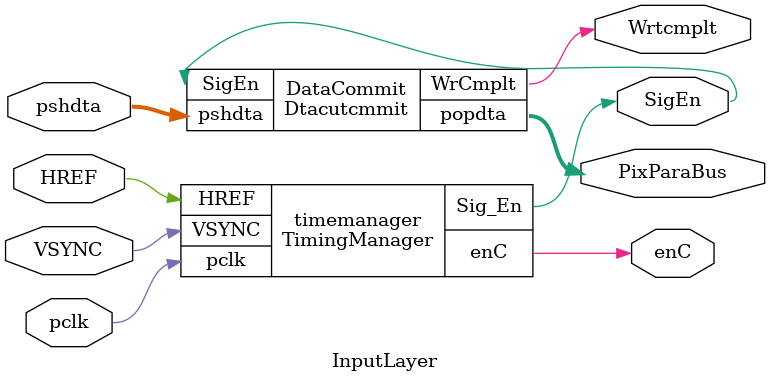
<source format=v>

module TimingManager(input VSYNC, input HREF,input pclk,output reg Sig_En, output enC);
reg [8:0] line = 0;
reg [8:0] foo = 0;
//reg res = 0;
//reg enC = 1'b0;
//wire enD = pclk & enC;
//wire resHREF = res & HREF;
/*initial begin
	Sig_En <= 1'b1;
end*/
always @(posedge HREF or posedge VSYNC)begin
  if(HREF == 1'b1)line <= line +1'b1;
  else line = 8'h00;
  end
  /*
always @(pclk) begin
	if(Sig_En)Enasg <= 1'b1;
    else      Enasg <= 1'b0;*/
//	if(!pclk)begin

/*always @(negedge pclk)begin
		if ( HREF&enC ) foo <= foo + 1;
		else foo <= 7'b0000000;
end*/

assign enC = (line==9'h30 ) ? 1'b1 : 1'b0;

always @(posedge pclk)begin
		if ( HREF&enC ) foo <= foo + 1'b1;
		else foo <= 7'b0000000;
//---
		if(foo[0]&foo[8]&HREF)begin
			Sig_En<=1'b1;
//			res<=1'b1;
			foo <= 7'b0000000;
		end
		else begin
			Sig_En<=1'b0;
//			res<=1'b0;
		end
	end
endmodule

module Dtacutcmmit(
	input SigEn,
	input [7:0]pshdta,
	output WrCmplt,
	output reg [11:0]popdta
	);
	assign WrCmplt = ~SigEn;
	reg [3:0]redpx;
	always @(posedge SigEn)begin
		redpx [3:0] <= pshdta[3:0];
	end
	always @(negedge SigEn)begin
		popdta[11:0]<= { redpx[3:0], pshdta[7:0] };
	end
endmodule
/*
module memoryaddressor(input Enasg, input pclk, output  WEb, output reg BLEb, output reg BHEb, output [15:0] Address);
reg write_state = 0;
//wire state = 0;
//assign WEb = state | pclk;
reg [15:0] preAddress = 16'h0000;
assign Address = (WEb) ? 16'hzzzz : preAddress ;

assign WEb = ((~Enasg) & write_state) | pclk;

always@(posedge pclk)begin
		if(Enasg==1'b1)begin
				write_state <= 1'b0;
		end
		else if(write_state==1'b0)begin
				write_state <= write_state + 1'b1;
		end
		else write_state<=write_state;
end

always @(Enasg)begin
		BLEb <= (Enasg) ? 1'b0 : 1'b1;
		BHEb <= (Enasg) ? 1'b1 :1'b0;
	end
//	WideCounter w_count1(Enasg,1'h0,preAddress,1'h1);
always @(posedge Enasg)preAddress <= preAddress + 1'b1;
endmodule*/
/*
module memoryaddressor(input Sig_En, input pclk, output  WEb, output reg BLEb, output reg BHEb, output [15:0] Address);
reg write_state = 0;
//wire state = 0;
//assign WEb = state | pclk;
wire [15:0] preAddress;
assign Address = (WEb) ? 16'hzzzz : preAddress ;

assign WEb = ((~Sig_En) & write_state) | pclk;

always@(posedge pclk)begin
		if(Sig_En==1'b1)begin
				write_state <= 1'b0;
		end
		else if(write_state==1'b0)begin
				write_state <= write_state + 1'b1;
		end
		else write_state<=write_state;
end

always @(Sig_En)begin
		BLEb <= (Sig_En) ? 1'b0 : 1'b1;
		BHEb <= (Sig_En) ? 1'b1 :1'b0;
	end
	WideCounter w_count1(Sig_En,1'h0,preAddress,1'h1);
endmodule
*/
module InputLayer(
	input VSYNC,
	input HREF,
	input pclk,
	input [7:0]pshdta,
/*	input Req,
	input Greq,
	input Blreq,*/
/*	output [3:0]RedOt,
   output [3:0]GreOt,
   output [3:0]BluOt,
	output Remp,
	output Gemp,
	output Bemp*/
	output [11:0]PixParaBus,
	output SigEn,
	output enC,
	output Wrtcmplt
	);
/*
	InputsideQueueArray IQAentity(
		.pshdta ( PixParaBus[11:0] ),         //From TM
		.Wrtcmplt ( Wrtcmplt ),
	//Xe
		.Req ( Req ),
		.Greq ( Greq ),
		.Blreq ( Blreq ),
		.RedOt ( RedOt[3:0] ),
		.GreOt ( GreOt[3:0] ),
		.BluOt ( BluOt[3:0] ),
		.Remp ( Remp ),
		.Gemp ( Gemp ),
		.Bemp ( Bemp )
		);*/
	Dtacutcmmit DataCommit(
		.SigEn ( SigEn ),
		.pshdta ( pshdta[7:0] ),
		.WrCmplt ( Wrtcmplt ),
		.popdta ( PixParaBus[11:0] )
		);

	TimingManager timemanager(VSYNC, HREF, pclk, SigEn,enC);
endmodule

</source>
